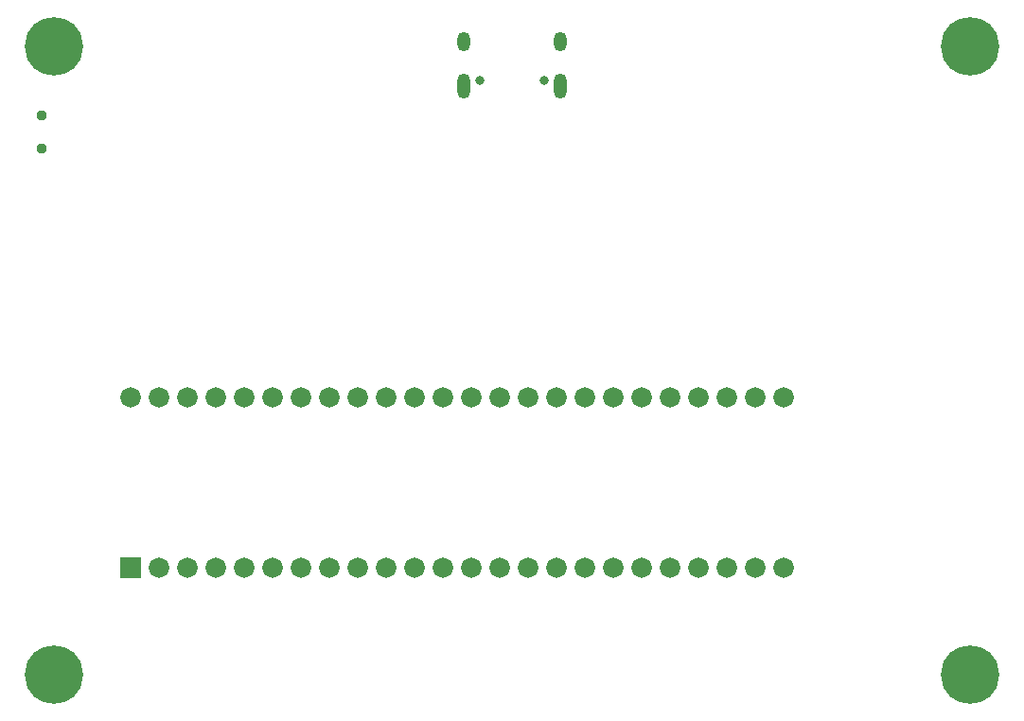
<source format=gbs>
G04*
G04 #@! TF.GenerationSoftware,Altium Limited,Altium Designer,20.0.13 (296)*
G04*
G04 Layer_Color=16711935*
%FSLAX25Y25*%
%MOIN*%
G70*
G01*
G75*
%ADD88C,0.03159*%
%ADD89O,0.04537X0.06899*%
%ADD90O,0.04537X0.08868*%
%ADD91C,0.03750*%
%ADD92R,0.07200X0.07200*%
%ADD93C,0.07200*%
%ADD94C,0.20600*%
D88*
X846256Y364500D02*
D03*
X823500D02*
D03*
D89*
X817850Y378280D02*
D03*
X851906D02*
D03*
D90*
X817850Y362532D02*
D03*
X851906D02*
D03*
D91*
X669000Y352311D02*
D03*
Y340500D02*
D03*
D92*
X700500Y193000D02*
D03*
D93*
X710500D02*
D03*
X720500D02*
D03*
X730500D02*
D03*
X740500D02*
D03*
X750500D02*
D03*
X760500D02*
D03*
X770500D02*
D03*
X780500D02*
D03*
X790500D02*
D03*
X800500D02*
D03*
X810500D02*
D03*
X820500D02*
D03*
X830500D02*
D03*
X840500D02*
D03*
X850500D02*
D03*
X860500D02*
D03*
X870500D02*
D03*
X880500D02*
D03*
X890500D02*
D03*
X900500D02*
D03*
X910500D02*
D03*
X920500D02*
D03*
X930500D02*
D03*
X700500Y253000D02*
D03*
X710500D02*
D03*
X720500D02*
D03*
X730500D02*
D03*
X740500D02*
D03*
X750500D02*
D03*
X760500D02*
D03*
X770500D02*
D03*
X780500D02*
D03*
X790500D02*
D03*
X800500D02*
D03*
X810500D02*
D03*
X820500D02*
D03*
X830500D02*
D03*
X840500D02*
D03*
X850500D02*
D03*
X860500D02*
D03*
X870500D02*
D03*
X880500D02*
D03*
X890500D02*
D03*
X900500D02*
D03*
X910500D02*
D03*
X920500D02*
D03*
X930500D02*
D03*
D94*
X673336Y376804D02*
D03*
Y155336D02*
D03*
X996171D02*
D03*
Y376804D02*
D03*
M02*

</source>
